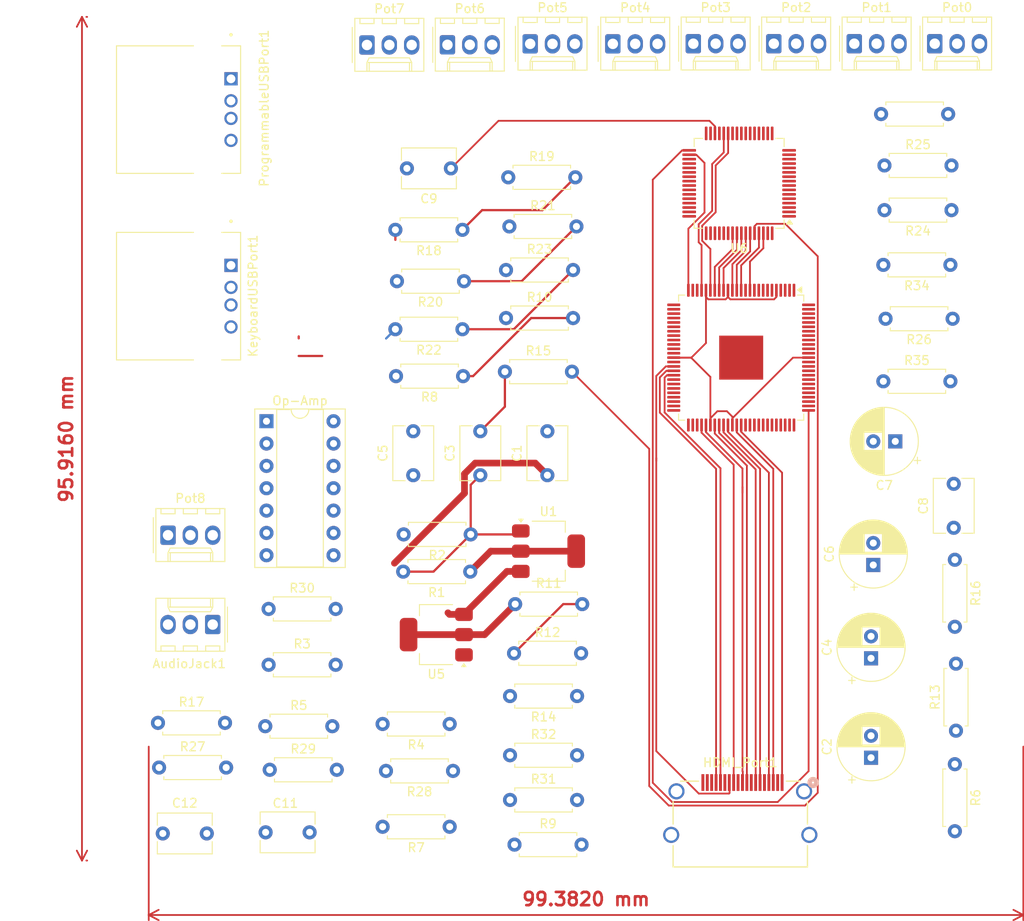
<source format=kicad_pcb>
(kicad_pcb (version 20240108) (generator "pcbnew") (generator_version "8.0")
  (layers (0 "F.Cu" signal) (31 "B.Cu" signal) (34 "B.Paste" user) (35 "F.Paste" user) (36 "B.SilkS" user "B.Silkscreen") (37 "F.SilkS" user "F.Silkscreen") (38 "B.Mask" user) (39 "F.Mask" user) (44 "Edge.Cuts" user))
  (net 0 "")
  (net 1 "+2V5")
  (net 2 "/Audio Out R")
  (net 3 "/Audio Out L")
  (net 4 "GND")
  (net 5 "+5V")
  (net 6 "Net-(U1-GND)")
  (net 7 "+3V3")
  (net 8 "Net-(U5-GND)")
  (net 9 "/DAC Out")
  (net 10 "Net-(C7-Pad2)")
  (net 11 "Net-(C8-Pad2)")
  (net 12 "Net-(U6-VCAP_1)")
  (net 13 "Net-(U4-IN4-)")
  (net 14 "Net-(U4-3IN-)")
  (net 15 "/PB8")
  (net 16 "/DSCL")
  (net 17 "/TX1+")
  (net 18 "/TX1-")
  (net 19 "/TX0+")
  (net 20 "/TXC-")
  (net 21 "Net-(HDMI_Port1-Pad19)")
  (net 22 "/TX0-")
  (net 24 "/DSDA")
  (net 25 "/EmotiveKnobValue0")
  (net 26 "/EmotiveKnobValue1")
  (net 27 "/EmotiveKnobValue2")
  (net 28 "/EmotiveKnobValue3")
  (net 29 "/EmotiveKnobValue4")
  (net 30 "/EmotiveKnobValue5")
  (net 31 "/EmotiveKnobValue6")
  (net 32 "/EmotiveKnobValue7")
  (net 33 "/AmplifiedSignal")
  (net 34 "Net-(Pot8-Pin_2)")
  (net 35 "Net-(U4-4IN+)")
  (net 36 "Net-(KeyboardUSBPort1-D+)")
  (net 37 "/USB_OTG_FS_DM")
  (net 38 "Net-(U4-3IN+)")
  (net 39 "Net-(U6-BOOT0)")
  (net 40 "Net-(U4-1IN+)")
  (net 41 "/USB_OTG_HS_DP")
  (net 42 "Net-(ProgrammableUSBPort1-D-)")
  (net 43 "Net-(ProgrammableUSBPort1-D+)")
  (net 44 "/USB_OTG_HS_DM")
  (net 45 "Net-(KeyboardUSBPort1-D-)")
  (net 46 "/USB_OTG_FS_DP")
  (net 47 "/TX2+")
  (net 48 "/TXC+")
  (net 49 "/TX2-")
  (net 50 "/HPD_IN")
  (net 56 "/PB3")
  (net 57 "/PB5")
  (net 58 "Net-(U2-EXT_SWING)")
  (net 62 "/PB2")
  (net 63 "/DE")
  (net 64 "/HPD_OUT")
  (net 66 "Net-(U2-~{RESET})")
  (net 67 "/PB4")
  (net 68 "Net-(U2-AVCC)")
  (net 73 "/PB7")
  (net 76 "/PB6")
  (net 80 "/PB9")
  (net 82 "/IDCK")
  (net 85 "Net-(U6-PH0)")
  (net 97 "+3.3V")
  (net 114 "/CEC_A")
  (footprint "Connector_Molex:Molex_KK-254_AE-6410-03A_1x03_P2.54mm_Vertical" (layer "F.Cu") (at 140.716 35.834)
    (property "Reference" "Pot7")
    (property "Value" "EmotiveKnob")
  )
  (footprint "Capacitor_THT:C_Disc_D6.0mm_W4.4mm_P5.00mm" (layer "F.Cu") (at 150.253 49.8615 180)
    (property "Reference" "C9")
    (property "Value" "2.2uF")
  )
  (footprint "Resistor_THT:R_Axial_DIN0207_L6.3mm_D2.5mm_P7.62mm_Horizontal" (layer "F.Cu") (at 151.563 56.8465 180)
    (property "Reference" "R18")
    (property "Value" "4k7")
  )
  (footprint "Resistor_THT:R_Axial_DIN0207_L6.3mm_D2.5mm_P7.62mm_Horizontal" (layer "F.Cu") (at 207.518 117.602 -90)
    (property "Reference" "R6")
    (property "Value" "820")
  )
  (footprint "Resistor_THT:R_Axial_DIN0207_L6.3mm_D2.5mm_P7.62mm_Horizontal" (layer "F.Cu") (at 207.518 94.361 -90)
    (property "Reference" "R16")
    (property "Value" "75k")
  )
  (footprint "Capacitor_THT:CP_Radial_D7.5mm_P2.50mm" (layer "F.Cu") (at 200.747 80.899 180)
    (property "Reference" "C7")
    (property "Value" "10uF")
  )
  (footprint "Resistor_THT:R_Axial_DIN0207_L6.3mm_D2.5mm_P7.62mm_Horizontal" (layer "F.Cu") (at 156.972 116.586)
    (property "Reference" "R32")
    (property "Value" "220")
  )
  (footprint "Package_QFP:LQFP-64_10x10mm_P0.5mm" (layer "F.Cu") (at 183.007 51.562 180)
    (property "Reference" "U6")
    (property "Value" "STM32F722RCTx")
  )
  (footprint "Package_QFP:TQFP-100-1EP_14x14mm_P0.5mm_EP5x5mm" (layer "F.Cu") (at 183.2365 71.378 -90)
    (property "Reference" "U2" (hide yes))
    (property "Value" "SII1136CTU")
  )
  (footprint "Resistor_THT:R_Axial_DIN0207_L6.3mm_D2.5mm_P7.62mm_Horizontal" (layer "F.Cu") (at 199.39 74.069)
    (property "Reference" "R35")
    (property "Value" "10k")
  )
  (footprint "Resistor_THT:R_Axial_DIN0207_L6.3mm_D2.5mm_P7.62mm_Horizontal" (layer "F.Cu") (at 156.389 72.9755)
    (property "Reference" "R15")
    (property "Value" "10k")
  )
  (footprint "Capacitor_THT:CP_Radial_D7.5mm_P2.50mm" (layer "F.Cu") (at 198.247 94.956 90)
    (property "Reference" "C6")
    (property "Value" "10uF")
  )
  (footprint "Connector_Molex:Molex_KK-254_AE-6410-03A_1x03_P2.54mm_Vertical" (layer "F.Cu") (at 159.258 35.707)
    (property "Reference" "Pot5")
    (property "Value" "EmotiveKnob")
  )
  (footprint "Capacitor_THT:CP_Radial_D7.5mm_P2.50mm" (layer "F.Cu") (at 197.993 105.565606 90)
    (property "Reference" "C4")
    (property "Value" "10uF")
  )
  (footprint "Resistor_THT:R_Axial_DIN0207_L6.3mm_D2.5mm_P7.62mm_Horizontal" (layer "F.Cu") (at 156.897 56.4655)
    (property "Reference" "R21")
    (property "Value" "10k")
  )
  (footprint "Connector_Molex:Molex_KK-254_AE-6410-03A_1x03_P2.54mm_Vertical" (layer "F.Cu") (at 123.19 101.727 180)
    (property "Reference" "AudioJack1")
    (property "Value" "Conn_01x03_Pin")
  )
  (footprint "Resistor_THT:R_Axial_DIN0207_L6.3mm_D2.5mm_P7.62mm_Horizontal" (layer "F.Cu") (at 156.77 50.8775)
    (property "Reference" "R19")
    (property "Value" "10k")
  )
  (footprint "Resistor_THT:R_Axial_DIN0207_L6.3mm_D2.5mm_P7.62mm_Horizontal" (layer "F.Cu") (at 156.972 121.666)
    (property "Reference" "R31")
    (property "Value" "220")
  )
  (footprint "Connector_Molex:Molex_KK-254_AE-6410-03A_1x03_P2.54mm_Vertical" (layer "F.Cu") (at 168.656 35.707)
    (property "Reference" "Pot4")
    (property "Value" "EmotiveKnob")
  )
  (footprint "Capacitor_THT:C_Disc_D6.0mm_W4.4mm_P5.00mm" (layer "F.Cu") (at 207.391 90.725 90)
    (property "Reference" "C8")
    (property "Value" "0.01u")
  )
  (footprint "Resistor_THT:R_Axial_DIN0207_L6.3mm_D2.5mm_P7.62mm_Horizontal" (layer "F.Cu") (at 129.54 106.299)
    (property "Reference" "R3")
    (property "Value" "220")
  )
  (footprint "Resistor_THT:R_Axial_DIN0207_L6.3mm_D2.5mm_P7.62mm_Horizontal" (layer "F.Cu") (at 199.136 43.688)
    (property "Reference" "R33" (hide yes))
    (property "Value" "5.6k")
  )
  (footprint "Capacitor_THT:CP_Radial_D7.5mm_P2.50mm" (layer "F.Cu") (at 197.993 116.868606 90)
    (property "Reference" "C2")
    (property "Value" "10uF")
  )
  (footprint "Resistor_THT:R_Axial_DIN0207_L6.3mm_D2.5mm_P7.62mm_Horizontal" (layer "F.Cu") (at 150.114 113.03 180)
    (property "Reference" "R4")
    (property "Value" "220")
  )
  (footprint "Capacitor_THT:C_Disc_D6.0mm_W4.4mm_P5.00mm" (layer "F.Cu") (at 145.975 84.7465 90)
    (property "Reference" "C5")
    (property "Value" "0.1uF")
  )
  (footprint "USB_A1HSW6:OST_USB-A1HSW6" (layer "F.Cu") (at 122.555 64.389 -90)
    (property "Reference" "KeyboardUSBPort1")
    (property "Value" "USB-A1HSW6")
  )
  (footprint "Resistor_THT:R_Axial_DIN0207_L6.3mm_D2.5mm_P7.62mm_Horizontal" (layer "F.Cu") (at 152.452 95.7085 180)
    (property "Reference" "R1")
    (property "Value" "2k")
  )
  (footprint "Resistor_THT:R_Axial_DIN0207_L6.3mm_D2.5mm_P7.62mm_Horizontal" (layer "F.Cu") (at 156.516 66.8795)
    (property "Reference" "R10")
    (property "Value" "10k")
  )
  (footprint "Resistor_THT:R_Axial_DIN0207_L6.3mm_D2.5mm_P7.62mm_Horizontal" (layer "F.Cu") (at 199.517 49.53)
    (property "Reference" "R25")
    (property "Value" "10k")
  )
  (footprint "Capacitor_THT:C_Disc_D6.0mm_W4.4mm_P5.00mm" (layer "F.Cu") (at 153.595 84.7465 90)
    (property "Reference" "C3")
    (property "Value" "0.1uF")
  )
  (footprint "Resistor_THT:R_Axial_DIN0207_L6.3mm_D2.5mm_P7.62mm_Horizontal" (layer "F.Cu") (at 129.54 99.949)
    (property "Reference" "R30")
    (property "Value" "220")
  )
  (footprint "Capacitor_THT:C_Disc_D6.0mm_W4.4mm_P5.00mm" (layer "F.Cu") (at 161.215 84.7465 90)
    (property "Reference" "C1")
    (property "Value" "0.1uF")
  )
  (footprint "Resistor_THT:R_Axial_DIN0207_L6.3mm_D2.5mm_P7.62mm_Horizontal" (layer "F.Cu") (at 164.592 109.855 180)
    (property "Reference" "R14")
    (property "Value" "75k")
  )
  (footprint "Connector_Molex:Molex_KK-254_AE-6410-03A_1x03_P2.54mm_Vertical" (layer "F.Cu") (at 118.11 91.567)
    (property "Reference" "Pot8")
    (property "Value" "Volume (100k)")
  )
  (footprint "Connector_Molex:Molex_KK-254_AE-6410-03A_1x03_P2.54mm_Vertical" (layer "F.Cu") (at 186.944 35.687)
    (property "Reference" "Pot2")
    (property "Value" "EmotiveKnob")
  )
  (footprint "Connector_Molex:Molex_KK-254_AE-6410-03A_1x03_P2.54mm_Vertical" (layer "F.Cu") (at 177.8 35.687)
    (property "Reference" "Pot3")
    (property "Value" "EmotiveKnob")
  )
  (footprint "Resistor_THT:R_Axial_DIN0207_L6.3mm_D2.5mm_P7.62mm_Horizontal" (layer "F.Cu") (at 207.645 113.792 90)
    (property "Reference" "R13")
    (property "Value" "750")
  )
  (footprint "USB_A1HSW6:OST_USB-A1HSW6" (layer "F.Cu") (at 122.555 43.18 -90)
    (property "Reference" "ProgrammableUSBPort1")
    (property "Value" "USB-A1HSW6")
  )
  (footprint "Resistor_THT:R_Axial_DIN0207_L6.3mm_D2.5mm_P7.62mm_Horizontal" (layer "F.Cu") (at 116.967 112.903)
    (property "Reference" "R17")
    (property "Value" "220")
  )
  (footprint "Connector_Molex:Molex_KK-254_AE-6410-03A_1x03_P2.54mm_Vertical" (layer "F.Cu") (at 196.088 35.687)
    (property "Reference" "Pot1")
    (property "Value" "EmotiveKnob")
  )
  (footprint "Resistor_THT:R_Axial_DIN0207_L6.3mm_D2.5mm_P7.62mm_Horizontal" (layer "F.Cu") (at 117.094 117.983)
    (property "Reference" "R27")
    (property "Value" "220")
  )
  (footprint "10029449_111RLF:CONN_10029449111_AMP" (layer "F.Cu") (at 183.134 124.4069)
    (property "Reference" "HDMI_Port1")
    (property "Value" "10029449-111RLF")
  )
  (footprint "Capacitor_THT:C_Disc_D6.0mm_W4.4mm_P5.00mm" (layer "F.Cu") (at 117.515 125.476)
    (property "Reference" "C12")
    (property "Value" "400pF")
  )
  (footprint "Connector_Molex:Molex_KK-254_AE-6410-03A_1x03_P2.54mm_Vertical" (layer "F.Cu") (at 205.232 35.687)
    (property "Reference" "Pot0")
    (property "Value" "EmotiveKnob")
  )
  (footprint "Resistor_THT:R_Axial_DIN0207_L6.3mm_D2.5mm_P7.62mm_Horizontal" (layer "F.Cu") (at 151.638 73.4835 180)
    (property "Reference" "R8")
    (property "Value" "4k7")
  )
  (footprint "Resistor_THT:R_Axial_DIN0207_L6.3mm_D2.5mm_P7.62mm_Horizontal" (layer "F.Cu") (at 152.504 91.4775 180)
    (property "Reference" "R2")
    (property "Value" "3.3k")
  )
  (footprint "Resistor_THT:R_Axial_DIN0207_L6.3mm_D2.5mm_P7.62mm_Horizontal" (layer "F.Cu") (at 129.667 118.237)
    (property "Reference" "R29")
    (property "Value" "220")
  )
  (footprint "Package_DIP:DIP-14_W7.62mm_Socket" (layer "F.Cu") (at 129.296 78.608)
    (property "Reference" "Op-Amp")
    (property "Value" "LM3900DR")
  )
  (footprint "Resistor_THT:R_Axial_DIN0207_L6.3mm_D2.5mm_P7.62mm_Horizontal" (layer "F.Cu") (at 207.01 60.833 180)
    (property "Reference" "R34")
    (property "Value" "5k6")
  )
  (footprint "Resistor_THT:R_Axial_DIN0207_L6.3mm_D2.5mm_P7.62mm_Horizontal" (layer "F.Cu") (at 156.516 61.4185)
    (property "Reference" "R23")
    (property "Value" "10k")
  )
  (footprint "Resistor_THT:R_Axial_DIN0207_L6.3mm_D2.5mm_P7.62mm_Horizontal" (layer "F.Cu") (at 150.114 124.714 180)
    (property "Reference" "R7")
    (property "Value" "220")
  )
  (footprint "Resistor_THT:R_Axial_DIN0207_L6.3mm_D2.5mm_P7.62mm_Horizontal" (layer "F.Cu") (at 207.264 66.957 180)
    (property "Reference" "R26")
    (property "Value" "10k")
  )
  (footprint "Resistor_THT:R_Axial_DIN0207_L6.3mm_D2.5mm_P7.62mm_Horizontal" (layer "F.Cu") (at 151.563 68.1495 180)
    (property "Reference" "R22")
    (property "Value" "4k7")
  )
  (footprint "Connector_Molex:Molex_KK-254_AE-6410-03A_1x03_P2.54mm_Vertical" (layer "F.Cu") (at 149.86 35.814)
    (property "Reference" "Pot6")
    (property "Value" "EmotiveKnob")
  )
  (footprint "Capacitor_THT:C_Disc_D6.0mm_W4.4mm_P5.00mm" (layer "F.Cu") (at 134.199 125.349 180)
    (property "Reference" "C11")
    (property "Value" "400pF")
  )
  (footprint "Resistor_THT:R_Axial_DIN0207_L6.3mm_D2.5mm_P7.62mm_Horizontal" (layer "F.Cu") (at 157.428 104.9915)
    (property "Reference" "R12")
    (property "Value" "2k")
  )
  (footprint "Package_TO_SOT_SMD:SOT-223-3_TabPin2" (layer "F.Cu") (at 161.342 93.3825)
    (property "Reference" "U1")
    (property "Value" "LM1117MP-3.3")
  )
  (footprint "Resistor_THT:R_Axial_DIN0207_L6.3mm_D2.5mm_P7.62mm_Horizontal" (layer "F.Cu") (at 151.742 62.6885 180)
    (property "Reference" "R20")
    (property "Value" "4k7")
  )
  (footprint "Resistor_THT:R_Axial_DIN0207_L6.3mm_D2.5mm_P7.62mm_Horizontal" (layer "F.Cu") (at 207.137 54.61 180)
    (property "Reference" "R24")
    (property "Value" "4k7")
  )
  (footprint "Resistor_THT:R_Axial_DIN0207_L6.3mm_D2.5mm_P7.62mm_Horizontal" (layer "F.Cu") (at 150.495 118.364 180)
    (property "Reference" "R28")
    (property "Value" "220")
  )
  (footprint "Resistor_THT:R_Axial_DIN0207_L6.3mm_D2.5mm_P7.62mm_Horizontal" (layer "F.Cu") (at 157.48 126.746)
    (property "Reference" "R9")
    (property "Value" "220")
  )
  (footprint "Resistor_THT:R_Axial_DIN0207_L6.3mm_D2.5mm_P7.62mm_Horizontal" (layer "F.Cu") (at 129.159 113.284)
    (property "Reference" "R5")
    (property "Value" "220")
  )
  (footprint "Package_TO_SOT_SMD:SOT-223-3_TabPin2" (layer "F.Cu") (at 148.59 102.87 180)
    (property "Reference" "U5")
    (property "Value" "LM1117MP-3.3")
  )
  (footprint "Resistor_THT:R_Axial_DIN0207_L6.3mm_D2.5mm_P7.62mm_Horizontal" (layer "F.Cu") (at 157.555 99.4035)
    (property "Reference" "R11")
    (property "Value" "1k")
  )
  (dimension (type aligned) (layer "F.Cu") (pts (xy 108.331 32.639) (xy 108.331 128.555)) (height 0) (gr_text "95.9160 mm" (at 106.531 80.597 90) (layer "F.Cu") (effects (font (size 1.5 1.5) (thickness 0.3)))) (format (prefix "") (suffix "") (units 3) (units_format 1) (precision 4)) (style (thickness 0.2) (arrow_length 1.27) (text_position_mode 0) (extension_height 0.58642) (extension_offset 0.5) keep_text_aligned))
  (dimension (type aligned) (layer "F.Cu") (pts (xy 215.299 115.106606) (xy 115.917 115.106606)) (height -19.640394) (gr_text "99.3820 mm" (at 165.608 132.947 0) (layer "F.Cu") (effects (font (size 1.5 1.5) (thickness 0.3)))) (format (prefix "") (suffix "") (units 3) (units_format 1) (precision 4)) (style (thickness 0.2) (arrow_length 1.27) (text_position_mode 0) (extension_height 0.58642) (extension_offset 0.5) keep_text_aligned))
  (segment (start 145.44 102.87) (end 151.74 102.87) (width 0.762) (layer "F.Cu") (net 1))
  (segment (start 154.0885 102.87) (end 157.555 99.4035) (width 0.762) (layer "F.Cu") (net 1))
  (segment (start 151.74 102.87) (end 154.0885 102.87) (width 0.762) (layer "F.Cu") (net 1))
  (segment (start 156.389 72.9755) (end 156.389 76.9525) (width 0.254) (layer "F.Cu") (net 4))
  (segment (start 156.389 76.9525) (end 153.595 79.7465) (width 0.254) (layer "F.Cu") (net 4))
  (segment (start 151.796 86.791471) (end 151.796 84.592471) (width 0.762) (layer "F.Cu") (net 5))
  (segment (start 143.838971 94.7485) (end 151.796 86.791471) (width 0.762) (layer "F.Cu") (net 5))
  (segment (start 158.192 95.6825) (end 156.6275 95.6825) (width 0.762) (layer "F.Cu") (net 5))
  (segment (start 156.6275 95.6825) (end 151.74 100.57) (width 0.762) (layer "F.Cu") (net 5))
  (segment (start 150.1 100.57) (end 149.919 100.389) (width 0.762) (layer "F.Cu") (net 5))
  (segment (start 159.834 83.3655) (end 161.215 84.7465) (width 0.762) (layer "F.Cu") (net 5))
  (segment (start 153.022971 83.3655) (end 159.834 83.3655) (width 0.762) (layer "F.Cu") (net 5))
  (segment (start 151.74 100.57) (end 150.1 100.57) (width 0.762) (layer "F.Cu") (net 5))
  (segment (start 151.796 84.592471) (end 153.022971 83.3655) (width 0.762) (layer "F.Cu") (net 5))
  (segment (start 148.273 95.7085) (end 152.504 91.4775) (width 0.254) (layer "F.Cu") (net 6))
  (segment (start 157.797 91.4775) (end 158.192 91.0825) (width 0.254) (layer "F.Cu") (net 6))
  (segment (start 152.504 85.8375) (end 153.595 84.7465) (width 0.254) (layer "F.Cu") (net 6))
  (segment (start 152.504 91.4775) (end 157.797 91.4775) (width 0.254) (layer "F.Cu") (net 6))
  (segment (start 152.504 91.4775) (end 152.504 85.8375) (width 0.254) (layer "F.Cu") (net 6))
  (segment (start 144.832 95.7085) (end 148.273 95.7085) (width 0.254) (layer "F.Cu") (net 6))
  (segment (start 154.778 93.3825) (end 152.452 95.7085) (width 0.762) (layer "F.Cu") (net 7))
  (segment (start 158.192 93.3825) (end 154.778 93.3825) (width 0.762) (layer "F.Cu") (net 7))
  (segment (start 158.192 93.3825) (end 164.492 93.3825) (width 0.762) (layer "F.Cu") (net 7))
  (segment (start 163.016 99.4035) (end 157.428 104.9915) (width 0.254) (layer "F.Cu") (net 8))
  (segment (start 165.175 99.4035) (end 163.016 99.4035) (width 0.254) (layer "F.Cu") (net 8))
  (segment (start 180.257 45.07959) (end 179.62741 44.45) (width 0.2) (layer "F.Cu") (net 12))
  (segment (start 179.62741 44.45) (end 155.6645 44.45) (width 0.2) (layer "F.Cu") (net 12))
  (segment (start 155.6645 44.45) (end 150.253 49.8615) (width 0.2) (layer "F.Cu") (net 12))
  (segment (start 180.257 45.887) (end 180.257 45.07959) (width 0.2) (layer "F.Cu") (net 12))
  (segment (start 183.2365 60.89193) (end 185.257 58.87143) (width 0.2) (layer "F.Cu") (net 15))
  (segment (start 185.257 58.87143) (end 185.257 57.237) (width 0.2) (layer "F.Cu") (net 15))
  (segment (start 183.2365 63.7155) (end 183.2365 60.89193) (width 0.2) (layer "F.Cu") (net 15))
  (segment (start 174.5365 73.64559) (end 174.80409 73.378) (width 0.2) (layer "F.Cu") (net 16))
  (segment (start 174.5365 77.61041) (end 174.5365 73.64559) (width 0.2) (layer "F.Cu") (net 16))
  (segment (start 180.883999 83.957909) (end 174.5365 77.61041) (width 0.2) (layer "F.Cu") (net 16))
  (segment (start 174.80409 73.378) (end 175.574 73.378) (width 0.2) (layer "F.Cu") (net 16))
  (segment (start 180.883999 119.6871) (end 180.883999 83.957909) (width 0.2) (layer "F.Cu") (net 16))
  (segment (start 181.7365 79.81041) (end 186.384001 84.457911) (width 0.2) (layer "F.Cu") (net 17))
  (segment (start 181.7365 79.0405) (end 181.7365 79.81041) (width 0.2) (layer "F.Cu") (net 17))
  (segment (start 186.384001 84.457911) (end 186.384001 119.6871) (width 0.2) (layer "F.Cu") (net 17))
  (segment (start 185.384001 84.023597) (end 185.384001 119.6871) (width 0.2) (layer "F.Cu") (net 18))
  (segment (start 181.2365 79.876096) (end 185.384001 84.023597) (width 0.2) (layer "F.Cu") (net 18))
  (segment (start 181.2365 79.0405) (end 181.2365 79.876096) (width 0.2) (layer "F.Cu") (net 18))
  (segment (start 180.7365 79.941782) (end 184.883999 84.089281) (width 0.2) (layer "F.Cu") (net 19))
  (segment (start 180.7365 79.0405) (end 180.7365 79.941782) (width 0.2) (layer "F.Cu") (net 19))
  (segment (start 184.883999 84.089281) (end 184.883999 119.6871) (width 0.2) (layer "F.Cu") (net 19))
  (segment (start 178.7365 79.909186) (end 182.383999 83.556685) (width 0.2) (layer "F.Cu") (net 20))
  (segment (start 182.383999 83.556685) (end 182.383999 119.6871) (width 0.2) (layer "F.Cu") (net 20))
  (segment (start 178.7365 79.0405) (end 178.7365 79.909186) (width 0.2) (layer "F.Cu") (net 20))
  (segment (start 183.884001 83.654969) (end 183.884001 119.6871) (width 0.2) (layer "F.Cu") (net 22))
  (segment (start 180.2365 80.007468) (end 183.884001 83.654969) (width 0.2) (layer "F.Cu") (net 22))
  (segment (start 180.2365 79.0405) (end 180.2365 80.007468) (width 0.2) (layer "F.Cu") (net 22))
  (segment (start 180.384 84.023596) (end 180.384 119.6871) (width 0.2) (layer "F.Cu") (net 24))
  (segment (start 173.99 73.626404) (end 173.99 77.629596) (width 0.2) (layer "F.Cu") (net 24))
  (segment (start 174.738404 72.878) (end 173.99 73.626404) (width 0.2) (layer "F.Cu") (net 24))
  (segment (start 173.99 77.629596) (end 180.384 84.023596) (width 0.2) (layer "F.Cu") (net 24))
  (segment (start 175.574 72.878) (end 174.738404 72.878) (width 0.2) (layer "F.Cu") (net 24))
  (segment (start 159.37337 66.8795) (end 164.136 66.8795) (width 0.254) (layer "F.Cu") (net 37))
  (segment (start 151.638 73.4835) (end 152.76937 73.4835) (width 0.254) (layer "F.Cu") (net 37))
  (segment (start 152.76937 73.4835) (end 159.37337 66.8795) (width 0.254) (layer "F.Cu") (net 37))
  (segment (start 185.02459 56.162) (end 188.242 56.162) (width 0.2) (layer "F.Cu") (net 39))
  (segment (start 184.757 57.237) (end 184.757 56.42959) (width 0.2) (layer "F.Cu") (net 39))
  (segment (start 188.242 56.162) (end 191.9365 59.8565) (width 0.2) (layer "F.Cu") (net 39))
  (segment (start 175.006501 122.301501) (end 172.79 120.085) (width 0.2) (layer "F.Cu") (net 39))
  (segment (start 172.79 120.085) (end 172.79 81.7565) (width 0.2) (layer "F.Cu") (net 39))
  (segment (start 184.757 56.42959) (end 185.02459 56.162) (width 0.2) (layer "F.Cu") (net 39))
  (segment (start 172.79 81.7565) (end 164.009 72.9755) (width 0.2) (layer "F.Cu") (net 39))
  (segment (start 191.9365 120.85202) (end 190.487019 122.301501) (width 0.2) (layer "F.Cu") (net 39))
  (segment (start 191.9365 59.8565) (end 191.9365 120.85202) (width 0.2) (layer "F.Cu") (net 39))
  (segment (start 190.487019 122.301501) (end 175.006501 122.301501) (width 0.2) (layer "F.Cu") (net 39))
  (segment (start 160.6575 54.61) (end 164.39 50.8775) (width 0.254) (layer "F.Cu") (net 41))
  (segment (start 153.7995 54.61) (end 160.6575 54.61) (width 0.254) (layer "F.Cu") (net 41))
  (segment (start 151.563 56.8465) (end 153.7995 54.61) (width 0.254) (layer "F.Cu") (net 41))
  (segment (start 132.96 69.1875) (end 132.96 68.97) (width 0.254) (layer "F.Cu") (net 42))
  (segment (start 143.943 57.987) (end 143.943 56.8465) (width 0.254) (layer "F.Cu") (net 42))
  (segment (start 132.96 71.1875) (end 135.623 71.1875) (width 0.254) (layer "F.Cu") (net 43))
  (segment (start 151.742 62.6885) (end 158.294 62.6885) (width 0.254) (layer "F.Cu") (net 44))
  (segment (start 158.294 62.6885) (end 164.517 56.4655) (width 0.254) (layer "F.Cu") (net 44))
  (segment (start 143.943 68.1495) (end 142.891 69.2015) (width 0.254) (layer "B.Cu") (net 45))
  (segment (start 157.405 68.1495) (end 164.136 61.4185) (width 0.254) (layer "F.Cu") (net 46))
  (segment (start 151.563 68.1495) (end 157.405 68.1495) (width 0.254) (layer "F.Cu") (net 46))
  (segment (start 183.2365 79.0405) (end 183.2365 79.81041) (width 0.2) (layer "F.Cu") (net 47))
  (segment (start 187.884001 84.457911) (end 187.884001 119.6871) (width 0.2) (layer "F.Cu") (net 47))
  (segment (start 183.2365 79.81041) (end 187.884001 84.457911) (width 0.2) (layer "F.Cu") (net 47))
  (segment (start 183.418901 118.4346) (end 183.418901 119.507) (width 0.2) (layer "F.Cu") (net 48))
  (segment (start 183.384 86.7202) (end 183.384 86.106) (width 0.2) (layer "F.Cu") (net 48))
  (segment (start 183.384 118.399699) (end 183.418901 118.4346) (width 0.2) (layer "F.Cu") (net 48))
  (segment (start 179.2365 79.8435) (end 179.2365 79.0405) (width 0.2) (layer "F.Cu") (net 48))
  (segment (start 183.384 86.106) (end 183.384 83.991) (width 0.2) (layer "F.Cu") (net 48))
  (segment (start 183.384 86.106) (end 183.384 118.399699) (width 0.2) (layer "F.Cu") (net 48))
  (segment (start 183.384 83.991) (end 179.2365 79.8435) (width 0.2) (layer "F.Cu") (net 48))
  (segment (start 182.7365 79.0405) (end 182.7365 79.876096) (width 0.2) (layer "F.Cu") (net 49))
  (segment (start 186.884 84.023596) (end 186.884 119.6871) (width 0.2) (layer "F.Cu") (net 49))
  (segment (start 182.7365 79.876096) (end 186.884 84.023596) (width 0.2) (layer "F.Cu") (net 49))
  (segment (start 182.257 59.043) (end 182.257 57.237) (width 0.2) (layer "F.Cu") (net 56))
  (segment (start 180.2365 61.0635) (end 182.257 59.043) (width 0.2) (layer "F.Cu") (net 56))
  (segment (start 180.2365 63.7155) (end 180.2365 61.0635) (width 0.2) (layer "F.Cu") (net 56))
  (segment (start 183.257 59.174372) (end 183.257 57.237) (width 0.2) (layer "F.Cu") (net 57))
  (segment (start 181.2365 63.7155) (end 181.2365 61.194872) (width 0.2) (layer "F.Cu") (net 57))
  (segment (start 181.2365 61.194872) (end 183.257 59.174372) (width 0.2) (layer "F.Cu") (net 57))
  (segment (start 178.807 56.37959) (end 180.34 54.84659) (width 0.2) (layer "F.Cu") (net 62))
  (segment (start 179.7365 63.7155) (end 179.7365 59.02391) (width 0.2) (layer "F.Cu") (net 62))
  (segment (start 180.34 54.84659) (end 180.34 49.53) (width 0.2) (layer "F.Cu") (net 62))
  (segment (start 179.7365 59.02391) (end 178.807 58.09441) (width 0.2) (layer "F.Cu") (net 62))
  (segment (start 181.757 48.113) (end 181.757 45.887) (width 0.2) (layer "F.Cu") (net 62))
  (segment (start 178.807 58.09441) (end 178.807 56.37959) (width 0.2) (layer "F.Cu") (net 62))
  (segment (start 180.34 49.53) (end 181.757 48.113) (width 0.2) (layer "F.Cu") (net 62))
  (segment (start 179.07 49.24259) (end 178.13941 48.312) (width 0.2) (layer "F.Cu") (net 63))
  (segment (start 178.13941 48.312) (end 177.332 48.312) (width 0.2) (layer "F.Cu") (net 63))
  (segment (start 179.07 54.88141) (end 179.07 49.24259) (width 0.2) (layer "F.Cu") (net 63))
  (segment (start 177.2365 56.71491) (end 179.07 54.88141) (width 0.2) (layer "F.Cu") (net 63))
  (segment (start 177.2365 63.7155) (end 177.2365 56.71491) (width 0.2) (layer "F.Cu") (net 63))
  (segment (start 175.380981 121.901501) (end 187.3872 121.901501) (width 0.2) (layer "F.Cu") (net 64))
  (segment (start 173.19 51.14659) (end 173.19 119.71052) (width 0.2) (layer "F.Cu") (net 64))
  (segment (start 176.52459 47.812) (end 173.19 51.14659) (width 0.2) (layer "F.Cu") (net 64))
  (segment (start 190.899 118.389701) (end 190.899 77.378) (width 0.2) (layer "F.Cu") (net 64))
  (segment (start 177.332 47.812) (end 176.52459 47.812) (width 0.2) (layer "F.Cu") (net 64))
  (segment (start 187.3872 121.901501) (end 190.899 118.389701) (width 0.2) (layer "F.Cu") (net 64))
  (segment (start 173.19 119.71052) (end 175.380981 121.901501) (width 0.2) (layer "F.Cu") (net 64))
  (segment (start 182.757 59.108686) (end 182.757 57.237) (width 0.2) (layer "F.Cu") (net 67))
  (segment (start 180.7365 61.129186) (end 182.757 59.108686) (width 0.2) (layer "F.Cu") (net 67))
  (segment (start 180.7365 63.7155) (end 180.7365 61.129186) (width 0.2) (layer "F.Cu") (net 67))
  (segment (start 177.577955 71.378) (end 179.2365 69.719455) (width 0.2) (layer "F.Cu") (net 68))
  (segment (start 182.2365 78.27059) (end 189.12909 71.378) (width 0.2) (layer "F.Cu") (net 68))
  (segment (start 187.2365 64.48541) (end 186.96891 64.753) (width 0.2) (layer "F.Cu") (net 68))
  (segment (start 187.2365 63.7155) (end 187.2365 64.48541) (width 0.2) (layer "F.Cu") (net 68))
  (segment (start 179.7365 78.74) (end 179.7365 78.27059) (width 0.2) (layer "F.Cu") (net 68))
  (segment (start 189.12909 71.378) (end 190.899 71.378) (width 0.2) (layer "F.Cu") (net 68))
  (segment (start 177.542 71.378) (end 179.7365 73.5725) (width 0.2) (layer "F.Cu") (net 68))
  (segment (start 182.2365 78.0965) (end 182.2365 79.0405) (width 0.2) (layer "F.Cu") (net 68))
  (segment (start 179.50409 64.753) (end 181.46891 64.753) (width 0.2) (layer "F.Cu") (net 68))
  (segment (start 182.2365 79.0405) (end 182.2365 78.27059) (width 0.2) (layer "F.Cu") (net 68))
  (segment (start 175.574 71.378) (end 176.34391 71.378) (width 0.2) (layer "F.Cu") (net 68))
  (segment (start 176.34391 71.378) (end 177.577955 71.378) (width 0.2) (layer "F.Cu") (net 68))
  (segment (start 179.7365 78.74) (end 179.7365 79.0405) (width 0.2) (layer "F.Cu") (net 68))
  (segment (start 180.53709 77.47) (end 181.61 77.47) (width 0.2) (layer "F.Cu") (net 68))
  (segment (start 179.2365 63.7155) (end 179.2365 64.48541) (width 0.2) (layer "F.Cu") (net 68))
  (segment (start 182.00409 64.753) (end 181.7365 64.48541) (width 0.2) (layer "F.Cu") (net 68))
  (segment (start 181.61 77.47) (end 182.2365 78.0965) (width 0.2) (layer "F.Cu") (net 68))
  (segment (start 179.7365 78.27059) (end 180.53709 77.47) (width 0.2) (layer "F.Cu") (net 68))
  (segment (start 179.2365 64.48541) (end 179.50409 64.753) (width 0.2) (layer "F.Cu") (net 68))
  (segment (start 181.7365 64.48541) (end 181.7365 63.7155) (width 0.2) (layer "F.Cu") (net 68))
  (segment (start 186.96891 64.753) (end 182.00409 64.753) (width 0.2) (layer "F.Cu") (net 68))
  (segment (start 181.46891 64.753) (end 181.7365 64.48541) (width 0.2) (layer "F.Cu") (net 68))
  (segment (start 179.2365 69.719455) (end 179.2365 64.48541) (width 0.2) (layer "F.Cu") (net 68))
  (segment (start 179.7365 73.5725) (end 179.7365 78.74) (width 0.2) (layer "F.Cu") (net 68))
  (segment (start 176.34391 71.378) (end 177.542 71.378) (width 0.2) (layer "F.Cu") (net 68))
  (segment (start 182.7365 60.826244) (end 184.257 59.305744) (width 0.2) (layer "F.Cu") (net 73))
  (segment (start 184.257 59.305744) (end 184.257 57.237) (width 0.2) (layer "F.Cu") (net 73))
  (segment (start 182.7365 63.7155) (end 182.7365 60.826244) (width 0.2) (layer "F.Cu") (net 73))
  (segment (start 183.757 59.240058) (end 183.757 57.237) (width 0.2) (layer "F.Cu") (net 76))
  (segment (start 182.2365 63.7155) (end 182.2365 60.760558) (width 0.2) (layer "F.Cu") (net 76))
  (segment (start 182.2365 60.760558) (end 183.757 59.240058) (width 0.2) (layer "F.Cu") (net 76))
  (segment (start 184.2365 60.457616) (end 185.757 58.937116) (width 0.2) (layer "F.Cu") (net 80))
  (segment (start 184.2365 63.7155) (end 184.2365 60.457616) (width 0.2) (layer "F.Cu") (net 80))
  (segment (start 185.757 58.937116) (end 185.757 57.237) (width 0.2) (layer "F.Cu") (net 80))
  (segment (start 178.407 58.260096) (end 178.407 56.213904) (width 0.2) (layer "F.Cu") (net 82))
  (segment (start 179.94 49.364314) (end 181.257 48.047314) (width 0.2) (layer "F.Cu") (net 82))
  (segment (start 179.94 54.680904) (end 179.94 49.364314) (width 0.2) (layer "F.Cu") (net 82))
  (segment (start 178.7365 58.589596) (end 178.407 58.260096) (width 0.2) (layer "F.Cu") (net 82))
  (segment (start 178.407 56.213904) (end 179.94 54.680904) (width 0.2) (layer "F.Cu") (net 82))
  (segment (start 181.257 48.047314) (end 181.257 45.887) (width 0.2) (layer "F.Cu") (net 82))
  (segment (start 178.7365 63.7155) (end 178.7365 58.589596) (width 0.2) (layer "F.Cu") (net 82))
  (segment (start 178.418901 120.9396) (end 181.849101 120.9396) (width 0.2) (layer "F.Cu") (net 114))
  (segment (start 174.672718 72.378) (end 175.574 72.378) (width 0.2) (layer "F.Cu") (net 114))
  (segment (start 173.59 82.804) (end 173.59 73.460718) (width 0.2) (layer "F.Cu") (net 114))
  (segment (start 181.918899 120.869802) (end 181.918899 119.761) (width 0.2) (layer "F.Cu") (net 114))
  (segment (start 181.849101 120.9396) (end 181.918899 120.869802) (width 0.2) (layer "F.Cu") (net 114))
  (segment (start 173.59 83.143799) (end 173.59 82.804) (width 0.2) (layer "F.Cu") (net 114))
  (segment (start 173.59 116.110699) (end 178.418901 120.9396) (width 0.2) (layer "F.Cu") (net 114))
  (segment (start 173.59 73.460718) (end 174.672718 72.378) (width 0.2) (layer "F.Cu") (net 114))
  (segment (start 173.59 82.804) (end 173.59 116.110699) (width 0.2) (layer "F.Cu") (net 114))
)
</source>
